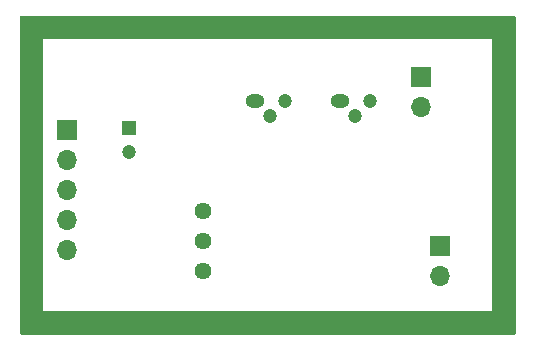
<source format=gbr>
%TF.GenerationSoftware,KiCad,Pcbnew,8.0.8*%
%TF.CreationDate,2025-02-06T15:12:14+01:00*%
%TF.ProjectId,mini-laser-driver,6d696e69-2d6c-4617-9365-722d64726976,rev?*%
%TF.SameCoordinates,Original*%
%TF.FileFunction,Soldermask,Bot*%
%TF.FilePolarity,Negative*%
%FSLAX46Y46*%
G04 Gerber Fmt 4.6, Leading zero omitted, Abs format (unit mm)*
G04 Created by KiCad (PCBNEW 8.0.8) date 2025-02-06 15:12:14*
%MOMM*%
%LPD*%
G01*
G04 APERTURE LIST*
%ADD10R,1.700000X1.700000*%
%ADD11O,1.700000X1.700000*%
%ADD12R,1.200000X1.200000*%
%ADD13C,1.200000*%
%ADD14O,1.600000X1.200000*%
%ADD15C,1.440000*%
G04 APERTURE END LIST*
D10*
%TO.C,J1*%
X611000000Y-36675000D03*
D11*
X611000000Y-39215000D03*
X611000000Y-41755000D03*
X611000000Y-44295000D03*
X611000000Y-46835000D03*
%TD*%
D12*
%TO.C,C2*%
X616250000Y-36500000D03*
D13*
X616250000Y-38500000D03*
%TD*%
D14*
%TO.C,LD1*%
X634144724Y-34184724D03*
D13*
X635414724Y-35454724D03*
X636684724Y-34184724D03*
%TD*%
D10*
%TO.C,JP1*%
X641000000Y-32225000D03*
D11*
X641000000Y-34765000D03*
%TD*%
D10*
%TO.C,JP2*%
X642600000Y-46525000D03*
D11*
X642600000Y-49065000D03*
%TD*%
D15*
%TO.C,RV1*%
X622500000Y-48580000D03*
X622500000Y-46040000D03*
X622500000Y-43500000D03*
%TD*%
D14*
%TO.C,LD2*%
X626914724Y-34184724D03*
D13*
X628184724Y-35454724D03*
X629454724Y-34184724D03*
%TD*%
G36*
X648943039Y-27019685D02*
G01*
X648988794Y-27072489D01*
X649000000Y-27124000D01*
X649000000Y-29126000D01*
X648980315Y-29193039D01*
X648927511Y-29238794D01*
X648876000Y-29250000D01*
X647124000Y-29250000D01*
X647056961Y-29230315D01*
X647011206Y-29177511D01*
X647000000Y-29126000D01*
X647000000Y-29000000D01*
X609000000Y-29000000D01*
X609000000Y-29126000D01*
X608980315Y-29193039D01*
X608927511Y-29238794D01*
X608876000Y-29250000D01*
X607124000Y-29250000D01*
X607056961Y-29230315D01*
X607011206Y-29177511D01*
X607000000Y-29126000D01*
X607000000Y-27124000D01*
X607019685Y-27056961D01*
X607072489Y-27011206D01*
X607124000Y-27000000D01*
X648876000Y-27000000D01*
X648943039Y-27019685D01*
G37*
G36*
X608943039Y-51769685D02*
G01*
X608988794Y-51822489D01*
X609000000Y-51874000D01*
X609000000Y-52000000D01*
X647000000Y-52000000D01*
X647000000Y-51874000D01*
X647019685Y-51806961D01*
X647072489Y-51761206D01*
X647124000Y-51750000D01*
X648876000Y-51750000D01*
X648943039Y-51769685D01*
X648988794Y-51822489D01*
X649000000Y-51874000D01*
X649000000Y-53876000D01*
X648980315Y-53943039D01*
X648927511Y-53988794D01*
X648876000Y-54000000D01*
X607124000Y-54000000D01*
X607056961Y-53980315D01*
X607011206Y-53927511D01*
X607000000Y-53876000D01*
X607000000Y-51874000D01*
X607019685Y-51806961D01*
X607072489Y-51761206D01*
X607124000Y-51750000D01*
X608876000Y-51750000D01*
X608943039Y-51769685D01*
G37*
G36*
X609193039Y-27019685D02*
G01*
X609238794Y-27072489D01*
X609250000Y-27124000D01*
X609250000Y-28876000D01*
X609230315Y-28943039D01*
X609177511Y-28988794D01*
X609126000Y-29000000D01*
X609000000Y-29000000D01*
X609000000Y-52000000D01*
X609126000Y-52000000D01*
X609193039Y-52019685D01*
X609238794Y-52072489D01*
X609250000Y-52124000D01*
X609250000Y-53876000D01*
X609230315Y-53943039D01*
X609177511Y-53988794D01*
X609126000Y-54000000D01*
X607124000Y-54000000D01*
X607056961Y-53980315D01*
X607011206Y-53927511D01*
X607000000Y-53876000D01*
X607000000Y-27124000D01*
X607019685Y-27056961D01*
X607072489Y-27011206D01*
X607124000Y-27000000D01*
X609126000Y-27000000D01*
X609193039Y-27019685D01*
G37*
G36*
X648943039Y-27019685D02*
G01*
X648988794Y-27072489D01*
X649000000Y-27124000D01*
X649000000Y-53876000D01*
X648980315Y-53943039D01*
X648927511Y-53988794D01*
X648876000Y-54000000D01*
X646874000Y-54000000D01*
X646806961Y-53980315D01*
X646761206Y-53927511D01*
X646750000Y-53876000D01*
X646750000Y-52124000D01*
X646769685Y-52056961D01*
X646822489Y-52011206D01*
X646874000Y-52000000D01*
X647000000Y-52000000D01*
X647000000Y-29000000D01*
X646874000Y-29000000D01*
X646806961Y-28980315D01*
X646761206Y-28927511D01*
X646750000Y-28876000D01*
X646750000Y-27124000D01*
X646769685Y-27056961D01*
X646822489Y-27011206D01*
X646874000Y-27000000D01*
X648876000Y-27000000D01*
X648943039Y-27019685D01*
G37*
M02*

</source>
